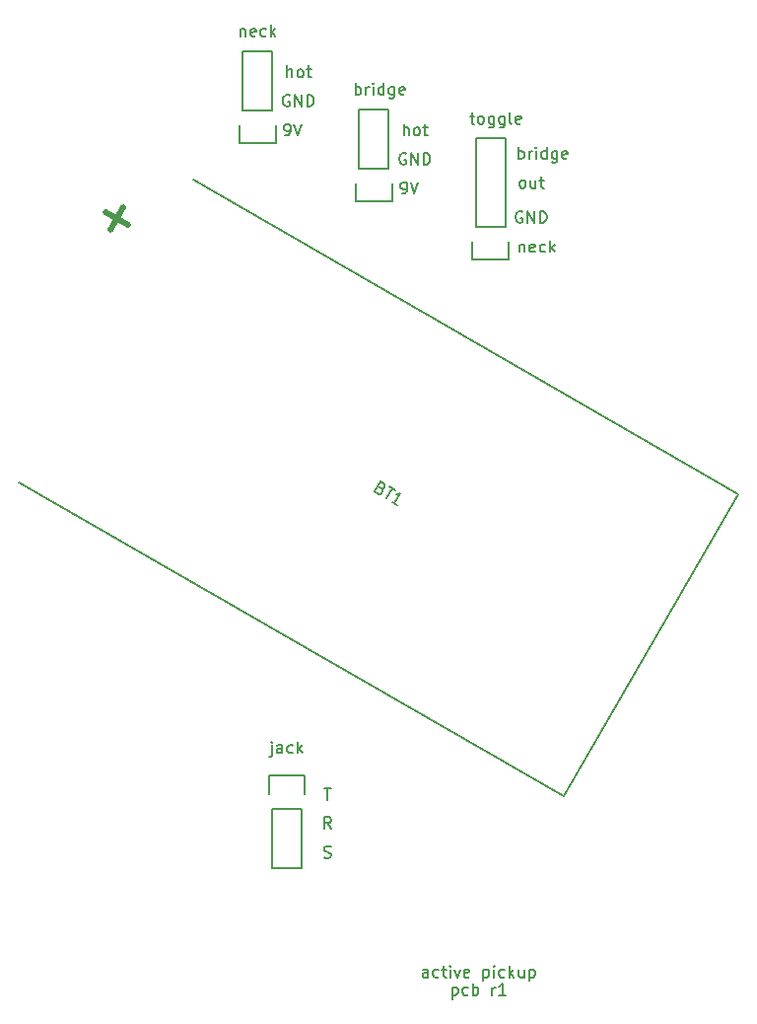
<source format=gto>
%TF.GenerationSoftware,KiCad,Pcbnew,(2015-12-01 BZR 82, Git 6f5a49b)-brewed_product*%
%TF.CreationDate,2015-12-17T03:34:39-07:00*%
%TF.ProjectId,EMG Humbuckers,454D472048756D6275636B6572732E6B,rev?*%
%TF.FileFunction,Legend,Top*%
%FSLAX46Y46*%
G04 Gerber Fmt 4.6, Leading zero omitted, Abs format (unit mm)*
G04 Created by KiCad (PCBNEW (2015-12-01 BZR 82, Git 6f5a49b)-brewed_product) date Thursday, 17 December 2015 'amt' 03:34:39*
%MOMM*%
G01*
G04 APERTURE LIST*
%ADD10C,0.127000*%
%ADD11C,0.150000*%
%ADD12C,0.500000*%
G04 APERTURE END LIST*
D10*
X117142857Y-138188881D02*
X117142857Y-137665071D01*
X117095238Y-137569833D01*
X117000000Y-137522214D01*
X116809523Y-137522214D01*
X116714285Y-137569833D01*
X117142857Y-138141262D02*
X117047619Y-138188881D01*
X116809523Y-138188881D01*
X116714285Y-138141262D01*
X116666666Y-138046024D01*
X116666666Y-137950786D01*
X116714285Y-137855548D01*
X116809523Y-137807929D01*
X117047619Y-137807929D01*
X117142857Y-137760310D01*
X118047619Y-138141262D02*
X117952381Y-138188881D01*
X117761904Y-138188881D01*
X117666666Y-138141262D01*
X117619047Y-138093643D01*
X117571428Y-137998405D01*
X117571428Y-137712690D01*
X117619047Y-137617452D01*
X117666666Y-137569833D01*
X117761904Y-137522214D01*
X117952381Y-137522214D01*
X118047619Y-137569833D01*
X118333333Y-137522214D02*
X118714285Y-137522214D01*
X118476190Y-137188881D02*
X118476190Y-138046024D01*
X118523809Y-138141262D01*
X118619047Y-138188881D01*
X118714285Y-138188881D01*
X119047619Y-138188881D02*
X119047619Y-137522214D01*
X119047619Y-137188881D02*
X119000000Y-137236500D01*
X119047619Y-137284119D01*
X119095238Y-137236500D01*
X119047619Y-137188881D01*
X119047619Y-137284119D01*
X119428571Y-137522214D02*
X119666666Y-138188881D01*
X119904762Y-137522214D01*
X120666667Y-138141262D02*
X120571429Y-138188881D01*
X120380952Y-138188881D01*
X120285714Y-138141262D01*
X120238095Y-138046024D01*
X120238095Y-137665071D01*
X120285714Y-137569833D01*
X120380952Y-137522214D01*
X120571429Y-137522214D01*
X120666667Y-137569833D01*
X120714286Y-137665071D01*
X120714286Y-137760310D01*
X120238095Y-137855548D01*
X121904762Y-137522214D02*
X121904762Y-138522214D01*
X121904762Y-137569833D02*
X122000000Y-137522214D01*
X122190477Y-137522214D01*
X122285715Y-137569833D01*
X122333334Y-137617452D01*
X122380953Y-137712690D01*
X122380953Y-137998405D01*
X122333334Y-138093643D01*
X122285715Y-138141262D01*
X122190477Y-138188881D01*
X122000000Y-138188881D01*
X121904762Y-138141262D01*
X122809524Y-138188881D02*
X122809524Y-137522214D01*
X122809524Y-137188881D02*
X122761905Y-137236500D01*
X122809524Y-137284119D01*
X122857143Y-137236500D01*
X122809524Y-137188881D01*
X122809524Y-137284119D01*
X123714286Y-138141262D02*
X123619048Y-138188881D01*
X123428571Y-138188881D01*
X123333333Y-138141262D01*
X123285714Y-138093643D01*
X123238095Y-137998405D01*
X123238095Y-137712690D01*
X123285714Y-137617452D01*
X123333333Y-137569833D01*
X123428571Y-137522214D01*
X123619048Y-137522214D01*
X123714286Y-137569833D01*
X124142857Y-138188881D02*
X124142857Y-137188881D01*
X124238095Y-137807929D02*
X124523810Y-138188881D01*
X124523810Y-137522214D02*
X124142857Y-137903167D01*
X125380953Y-137522214D02*
X125380953Y-138188881D01*
X124952381Y-137522214D02*
X124952381Y-138046024D01*
X125000000Y-138141262D01*
X125095238Y-138188881D01*
X125238096Y-138188881D01*
X125333334Y-138141262D01*
X125380953Y-138093643D01*
X125857143Y-137522214D02*
X125857143Y-138522214D01*
X125857143Y-137569833D02*
X125952381Y-137522214D01*
X126142858Y-137522214D01*
X126238096Y-137569833D01*
X126285715Y-137617452D01*
X126333334Y-137712690D01*
X126333334Y-137998405D01*
X126285715Y-138093643D01*
X126238096Y-138141262D01*
X126142858Y-138188881D01*
X125952381Y-138188881D01*
X125857143Y-138141262D01*
X119238095Y-139049214D02*
X119238095Y-140049214D01*
X119238095Y-139096833D02*
X119333333Y-139049214D01*
X119523810Y-139049214D01*
X119619048Y-139096833D01*
X119666667Y-139144452D01*
X119714286Y-139239690D01*
X119714286Y-139525405D01*
X119666667Y-139620643D01*
X119619048Y-139668262D01*
X119523810Y-139715881D01*
X119333333Y-139715881D01*
X119238095Y-139668262D01*
X120571429Y-139668262D02*
X120476191Y-139715881D01*
X120285714Y-139715881D01*
X120190476Y-139668262D01*
X120142857Y-139620643D01*
X120095238Y-139525405D01*
X120095238Y-139239690D01*
X120142857Y-139144452D01*
X120190476Y-139096833D01*
X120285714Y-139049214D01*
X120476191Y-139049214D01*
X120571429Y-139096833D01*
X121000000Y-139715881D02*
X121000000Y-138715881D01*
X121000000Y-139096833D02*
X121095238Y-139049214D01*
X121285715Y-139049214D01*
X121380953Y-139096833D01*
X121428572Y-139144452D01*
X121476191Y-139239690D01*
X121476191Y-139525405D01*
X121428572Y-139620643D01*
X121380953Y-139668262D01*
X121285715Y-139715881D01*
X121095238Y-139715881D01*
X121000000Y-139668262D01*
X122666667Y-139715881D02*
X122666667Y-139049214D01*
X122666667Y-139239690D02*
X122714286Y-139144452D01*
X122761905Y-139096833D01*
X122857143Y-139049214D01*
X122952382Y-139049214D01*
X123809525Y-139715881D02*
X123238096Y-139715881D01*
X123523810Y-139715881D02*
X123523810Y-138715881D01*
X123428572Y-138858738D01*
X123333334Y-138953976D01*
X123238096Y-139001595D01*
X108214286Y-127904762D02*
X108357143Y-127952381D01*
X108595239Y-127952381D01*
X108690477Y-127904762D01*
X108738096Y-127857143D01*
X108785715Y-127761905D01*
X108785715Y-127666667D01*
X108738096Y-127571429D01*
X108690477Y-127523810D01*
X108595239Y-127476190D01*
X108404762Y-127428571D01*
X108309524Y-127380952D01*
X108261905Y-127333333D01*
X108214286Y-127238095D01*
X108214286Y-127142857D01*
X108261905Y-127047619D01*
X108309524Y-127000000D01*
X108404762Y-126952381D01*
X108642858Y-126952381D01*
X108785715Y-127000000D01*
X108214286Y-121952381D02*
X108785715Y-121952381D01*
X108500000Y-122952381D02*
X108500000Y-121952381D01*
X108809524Y-125452381D02*
X108476190Y-124976190D01*
X108238095Y-125452381D02*
X108238095Y-124452381D01*
X108619048Y-124452381D01*
X108714286Y-124500000D01*
X108761905Y-124547619D01*
X108809524Y-124642857D01*
X108809524Y-124785714D01*
X108761905Y-124880952D01*
X108714286Y-124928571D01*
X108619048Y-124976190D01*
X108238095Y-124976190D01*
X103714286Y-118285714D02*
X103714286Y-119142857D01*
X103666667Y-119238095D01*
X103571429Y-119285714D01*
X103523810Y-119285714D01*
X103714286Y-117952381D02*
X103666667Y-118000000D01*
X103714286Y-118047619D01*
X103761905Y-118000000D01*
X103714286Y-117952381D01*
X103714286Y-118047619D01*
X104619048Y-118952381D02*
X104619048Y-118428571D01*
X104571429Y-118333333D01*
X104476191Y-118285714D01*
X104285714Y-118285714D01*
X104190476Y-118333333D01*
X104619048Y-118904762D02*
X104523810Y-118952381D01*
X104285714Y-118952381D01*
X104190476Y-118904762D01*
X104142857Y-118809524D01*
X104142857Y-118714286D01*
X104190476Y-118619048D01*
X104285714Y-118571429D01*
X104523810Y-118571429D01*
X104619048Y-118523810D01*
X105523810Y-118904762D02*
X105428572Y-118952381D01*
X105238095Y-118952381D01*
X105142857Y-118904762D01*
X105095238Y-118857143D01*
X105047619Y-118761905D01*
X105047619Y-118476190D01*
X105095238Y-118380952D01*
X105142857Y-118333333D01*
X105238095Y-118285714D01*
X105428572Y-118285714D01*
X105523810Y-118333333D01*
X105952381Y-118952381D02*
X105952381Y-117952381D01*
X106047619Y-118571429D02*
X106333334Y-118952381D01*
X106333334Y-118285714D02*
X105952381Y-118666667D01*
X124904762Y-67952381D02*
X124904762Y-66952381D01*
X124904762Y-67333333D02*
X125000000Y-67285714D01*
X125190477Y-67285714D01*
X125285715Y-67333333D01*
X125333334Y-67380952D01*
X125380953Y-67476190D01*
X125380953Y-67761905D01*
X125333334Y-67857143D01*
X125285715Y-67904762D01*
X125190477Y-67952381D01*
X125000000Y-67952381D01*
X124904762Y-67904762D01*
X125809524Y-67952381D02*
X125809524Y-67285714D01*
X125809524Y-67476190D02*
X125857143Y-67380952D01*
X125904762Y-67333333D01*
X126000000Y-67285714D01*
X126095239Y-67285714D01*
X126428572Y-67952381D02*
X126428572Y-67285714D01*
X126428572Y-66952381D02*
X126380953Y-67000000D01*
X126428572Y-67047619D01*
X126476191Y-67000000D01*
X126428572Y-66952381D01*
X126428572Y-67047619D01*
X127333334Y-67952381D02*
X127333334Y-66952381D01*
X127333334Y-67904762D02*
X127238096Y-67952381D01*
X127047619Y-67952381D01*
X126952381Y-67904762D01*
X126904762Y-67857143D01*
X126857143Y-67761905D01*
X126857143Y-67476190D01*
X126904762Y-67380952D01*
X126952381Y-67333333D01*
X127047619Y-67285714D01*
X127238096Y-67285714D01*
X127333334Y-67333333D01*
X128238096Y-67285714D02*
X128238096Y-68095238D01*
X128190477Y-68190476D01*
X128142858Y-68238095D01*
X128047619Y-68285714D01*
X127904762Y-68285714D01*
X127809524Y-68238095D01*
X128238096Y-67904762D02*
X128142858Y-67952381D01*
X127952381Y-67952381D01*
X127857143Y-67904762D01*
X127809524Y-67857143D01*
X127761905Y-67761905D01*
X127761905Y-67476190D01*
X127809524Y-67380952D01*
X127857143Y-67333333D01*
X127952381Y-67285714D01*
X128142858Y-67285714D01*
X128238096Y-67333333D01*
X129095239Y-67904762D02*
X129000001Y-67952381D01*
X128809524Y-67952381D01*
X128714286Y-67904762D01*
X128666667Y-67809524D01*
X128666667Y-67428571D01*
X128714286Y-67333333D01*
X128809524Y-67285714D01*
X129000001Y-67285714D01*
X129095239Y-67333333D01*
X129142858Y-67428571D01*
X129142858Y-67523810D01*
X128666667Y-67619048D01*
X125023809Y-75285714D02*
X125023809Y-75952381D01*
X125023809Y-75380952D02*
X125071428Y-75333333D01*
X125166666Y-75285714D01*
X125309524Y-75285714D01*
X125404762Y-75333333D01*
X125452381Y-75428571D01*
X125452381Y-75952381D01*
X126309524Y-75904762D02*
X126214286Y-75952381D01*
X126023809Y-75952381D01*
X125928571Y-75904762D01*
X125880952Y-75809524D01*
X125880952Y-75428571D01*
X125928571Y-75333333D01*
X126023809Y-75285714D01*
X126214286Y-75285714D01*
X126309524Y-75333333D01*
X126357143Y-75428571D01*
X126357143Y-75523810D01*
X125880952Y-75619048D01*
X127214286Y-75904762D02*
X127119048Y-75952381D01*
X126928571Y-75952381D01*
X126833333Y-75904762D01*
X126785714Y-75857143D01*
X126738095Y-75761905D01*
X126738095Y-75476190D01*
X126785714Y-75380952D01*
X126833333Y-75333333D01*
X126928571Y-75285714D01*
X127119048Y-75285714D01*
X127214286Y-75333333D01*
X127642857Y-75952381D02*
X127642857Y-74952381D01*
X127738095Y-75571429D02*
X128023810Y-75952381D01*
X128023810Y-75285714D02*
X127642857Y-75666667D01*
X125190476Y-70452381D02*
X125095238Y-70404762D01*
X125047619Y-70357143D01*
X125000000Y-70261905D01*
X125000000Y-69976190D01*
X125047619Y-69880952D01*
X125095238Y-69833333D01*
X125190476Y-69785714D01*
X125333334Y-69785714D01*
X125428572Y-69833333D01*
X125476191Y-69880952D01*
X125523810Y-69976190D01*
X125523810Y-70261905D01*
X125476191Y-70357143D01*
X125428572Y-70404762D01*
X125333334Y-70452381D01*
X125190476Y-70452381D01*
X126380953Y-69785714D02*
X126380953Y-70452381D01*
X125952381Y-69785714D02*
X125952381Y-70309524D01*
X126000000Y-70404762D01*
X126095238Y-70452381D01*
X126238096Y-70452381D01*
X126333334Y-70404762D01*
X126380953Y-70357143D01*
X126714286Y-69785714D02*
X127095238Y-69785714D01*
X126857143Y-69452381D02*
X126857143Y-70309524D01*
X126904762Y-70404762D01*
X127000000Y-70452381D01*
X127095238Y-70452381D01*
X125238096Y-72500000D02*
X125142858Y-72452381D01*
X125000001Y-72452381D01*
X124857143Y-72500000D01*
X124761905Y-72595238D01*
X124714286Y-72690476D01*
X124666667Y-72880952D01*
X124666667Y-73023810D01*
X124714286Y-73214286D01*
X124761905Y-73309524D01*
X124857143Y-73404762D01*
X125000001Y-73452381D01*
X125095239Y-73452381D01*
X125238096Y-73404762D01*
X125285715Y-73357143D01*
X125285715Y-73023810D01*
X125095239Y-73023810D01*
X125714286Y-73452381D02*
X125714286Y-72452381D01*
X126285715Y-73452381D01*
X126285715Y-72452381D01*
X126761905Y-73452381D02*
X126761905Y-72452381D01*
X127000000Y-72452381D01*
X127142858Y-72500000D01*
X127238096Y-72595238D01*
X127285715Y-72690476D01*
X127333334Y-72880952D01*
X127333334Y-73023810D01*
X127285715Y-73214286D01*
X127238096Y-73309524D01*
X127142858Y-73404762D01*
X127000000Y-73452381D01*
X126761905Y-73452381D01*
X120761904Y-64285714D02*
X121142856Y-64285714D01*
X120904761Y-63952381D02*
X120904761Y-64809524D01*
X120952380Y-64904762D01*
X121047618Y-64952381D01*
X121142856Y-64952381D01*
X121619047Y-64952381D02*
X121523809Y-64904762D01*
X121476190Y-64857143D01*
X121428571Y-64761905D01*
X121428571Y-64476190D01*
X121476190Y-64380952D01*
X121523809Y-64333333D01*
X121619047Y-64285714D01*
X121761905Y-64285714D01*
X121857143Y-64333333D01*
X121904762Y-64380952D01*
X121952381Y-64476190D01*
X121952381Y-64761905D01*
X121904762Y-64857143D01*
X121857143Y-64904762D01*
X121761905Y-64952381D01*
X121619047Y-64952381D01*
X122809524Y-64285714D02*
X122809524Y-65095238D01*
X122761905Y-65190476D01*
X122714286Y-65238095D01*
X122619047Y-65285714D01*
X122476190Y-65285714D01*
X122380952Y-65238095D01*
X122809524Y-64904762D02*
X122714286Y-64952381D01*
X122523809Y-64952381D01*
X122428571Y-64904762D01*
X122380952Y-64857143D01*
X122333333Y-64761905D01*
X122333333Y-64476190D01*
X122380952Y-64380952D01*
X122428571Y-64333333D01*
X122523809Y-64285714D01*
X122714286Y-64285714D01*
X122809524Y-64333333D01*
X123714286Y-64285714D02*
X123714286Y-65095238D01*
X123666667Y-65190476D01*
X123619048Y-65238095D01*
X123523809Y-65285714D01*
X123380952Y-65285714D01*
X123285714Y-65238095D01*
X123714286Y-64904762D02*
X123619048Y-64952381D01*
X123428571Y-64952381D01*
X123333333Y-64904762D01*
X123285714Y-64857143D01*
X123238095Y-64761905D01*
X123238095Y-64476190D01*
X123285714Y-64380952D01*
X123333333Y-64333333D01*
X123428571Y-64285714D01*
X123619048Y-64285714D01*
X123714286Y-64333333D01*
X124333333Y-64952381D02*
X124238095Y-64904762D01*
X124190476Y-64809524D01*
X124190476Y-63952381D01*
X125095239Y-64904762D02*
X125000001Y-64952381D01*
X124809524Y-64952381D01*
X124714286Y-64904762D01*
X124666667Y-64809524D01*
X124666667Y-64428571D01*
X124714286Y-64333333D01*
X124809524Y-64285714D01*
X125000001Y-64285714D01*
X125095239Y-64333333D01*
X125142858Y-64428571D01*
X125142858Y-64523810D01*
X124666667Y-64619048D01*
X110904762Y-62452381D02*
X110904762Y-61452381D01*
X110904762Y-61833333D02*
X111000000Y-61785714D01*
X111190477Y-61785714D01*
X111285715Y-61833333D01*
X111333334Y-61880952D01*
X111380953Y-61976190D01*
X111380953Y-62261905D01*
X111333334Y-62357143D01*
X111285715Y-62404762D01*
X111190477Y-62452381D01*
X111000000Y-62452381D01*
X110904762Y-62404762D01*
X111809524Y-62452381D02*
X111809524Y-61785714D01*
X111809524Y-61976190D02*
X111857143Y-61880952D01*
X111904762Y-61833333D01*
X112000000Y-61785714D01*
X112095239Y-61785714D01*
X112428572Y-62452381D02*
X112428572Y-61785714D01*
X112428572Y-61452381D02*
X112380953Y-61500000D01*
X112428572Y-61547619D01*
X112476191Y-61500000D01*
X112428572Y-61452381D01*
X112428572Y-61547619D01*
X113333334Y-62452381D02*
X113333334Y-61452381D01*
X113333334Y-62404762D02*
X113238096Y-62452381D01*
X113047619Y-62452381D01*
X112952381Y-62404762D01*
X112904762Y-62357143D01*
X112857143Y-62261905D01*
X112857143Y-61976190D01*
X112904762Y-61880952D01*
X112952381Y-61833333D01*
X113047619Y-61785714D01*
X113238096Y-61785714D01*
X113333334Y-61833333D01*
X114238096Y-61785714D02*
X114238096Y-62595238D01*
X114190477Y-62690476D01*
X114142858Y-62738095D01*
X114047619Y-62785714D01*
X113904762Y-62785714D01*
X113809524Y-62738095D01*
X114238096Y-62404762D02*
X114142858Y-62452381D01*
X113952381Y-62452381D01*
X113857143Y-62404762D01*
X113809524Y-62357143D01*
X113761905Y-62261905D01*
X113761905Y-61976190D01*
X113809524Y-61880952D01*
X113857143Y-61833333D01*
X113952381Y-61785714D01*
X114142858Y-61785714D01*
X114238096Y-61833333D01*
X115095239Y-62404762D02*
X115000001Y-62452381D01*
X114809524Y-62452381D01*
X114714286Y-62404762D01*
X114666667Y-62309524D01*
X114666667Y-61928571D01*
X114714286Y-61833333D01*
X114809524Y-61785714D01*
X115000001Y-61785714D01*
X115095239Y-61833333D01*
X115142858Y-61928571D01*
X115142858Y-62023810D01*
X114666667Y-62119048D01*
X115047619Y-65952381D02*
X115047619Y-64952381D01*
X115476191Y-65952381D02*
X115476191Y-65428571D01*
X115428572Y-65333333D01*
X115333334Y-65285714D01*
X115190476Y-65285714D01*
X115095238Y-65333333D01*
X115047619Y-65380952D01*
X116095238Y-65952381D02*
X116000000Y-65904762D01*
X115952381Y-65857143D01*
X115904762Y-65761905D01*
X115904762Y-65476190D01*
X115952381Y-65380952D01*
X116000000Y-65333333D01*
X116095238Y-65285714D01*
X116238096Y-65285714D01*
X116333334Y-65333333D01*
X116380953Y-65380952D01*
X116428572Y-65476190D01*
X116428572Y-65761905D01*
X116380953Y-65857143D01*
X116333334Y-65904762D01*
X116238096Y-65952381D01*
X116095238Y-65952381D01*
X116714286Y-65285714D02*
X117095238Y-65285714D01*
X116857143Y-64952381D02*
X116857143Y-65809524D01*
X116904762Y-65904762D01*
X117000000Y-65952381D01*
X117095238Y-65952381D01*
X115238096Y-67500000D02*
X115142858Y-67452381D01*
X115000001Y-67452381D01*
X114857143Y-67500000D01*
X114761905Y-67595238D01*
X114714286Y-67690476D01*
X114666667Y-67880952D01*
X114666667Y-68023810D01*
X114714286Y-68214286D01*
X114761905Y-68309524D01*
X114857143Y-68404762D01*
X115000001Y-68452381D01*
X115095239Y-68452381D01*
X115238096Y-68404762D01*
X115285715Y-68357143D01*
X115285715Y-68023810D01*
X115095239Y-68023810D01*
X115714286Y-68452381D02*
X115714286Y-67452381D01*
X116285715Y-68452381D01*
X116285715Y-67452381D01*
X116761905Y-68452381D02*
X116761905Y-67452381D01*
X117000000Y-67452381D01*
X117142858Y-67500000D01*
X117238096Y-67595238D01*
X117285715Y-67690476D01*
X117333334Y-67880952D01*
X117333334Y-68023810D01*
X117285715Y-68214286D01*
X117238096Y-68309524D01*
X117142858Y-68404762D01*
X117000000Y-68452381D01*
X116761905Y-68452381D01*
X114880952Y-70952381D02*
X115071428Y-70952381D01*
X115166667Y-70904762D01*
X115214286Y-70857143D01*
X115309524Y-70714286D01*
X115357143Y-70523810D01*
X115357143Y-70142857D01*
X115309524Y-70047619D01*
X115261905Y-70000000D01*
X115166667Y-69952381D01*
X114976190Y-69952381D01*
X114880952Y-70000000D01*
X114833333Y-70047619D01*
X114785714Y-70142857D01*
X114785714Y-70380952D01*
X114833333Y-70476190D01*
X114880952Y-70523810D01*
X114976190Y-70571429D01*
X115166667Y-70571429D01*
X115261905Y-70523810D01*
X115309524Y-70476190D01*
X115357143Y-70380952D01*
X115642857Y-69952381D02*
X115976190Y-70952381D01*
X116309524Y-69952381D01*
X101023809Y-56785714D02*
X101023809Y-57452381D01*
X101023809Y-56880952D02*
X101071428Y-56833333D01*
X101166666Y-56785714D01*
X101309524Y-56785714D01*
X101404762Y-56833333D01*
X101452381Y-56928571D01*
X101452381Y-57452381D01*
X102309524Y-57404762D02*
X102214286Y-57452381D01*
X102023809Y-57452381D01*
X101928571Y-57404762D01*
X101880952Y-57309524D01*
X101880952Y-56928571D01*
X101928571Y-56833333D01*
X102023809Y-56785714D01*
X102214286Y-56785714D01*
X102309524Y-56833333D01*
X102357143Y-56928571D01*
X102357143Y-57023810D01*
X101880952Y-57119048D01*
X103214286Y-57404762D02*
X103119048Y-57452381D01*
X102928571Y-57452381D01*
X102833333Y-57404762D01*
X102785714Y-57357143D01*
X102738095Y-57261905D01*
X102738095Y-56976190D01*
X102785714Y-56880952D01*
X102833333Y-56833333D01*
X102928571Y-56785714D01*
X103119048Y-56785714D01*
X103214286Y-56833333D01*
X103642857Y-57452381D02*
X103642857Y-56452381D01*
X103738095Y-57071429D02*
X104023810Y-57452381D01*
X104023810Y-56785714D02*
X103642857Y-57166667D01*
X105047619Y-60952381D02*
X105047619Y-59952381D01*
X105476191Y-60952381D02*
X105476191Y-60428571D01*
X105428572Y-60333333D01*
X105333334Y-60285714D01*
X105190476Y-60285714D01*
X105095238Y-60333333D01*
X105047619Y-60380952D01*
X106095238Y-60952381D02*
X106000000Y-60904762D01*
X105952381Y-60857143D01*
X105904762Y-60761905D01*
X105904762Y-60476190D01*
X105952381Y-60380952D01*
X106000000Y-60333333D01*
X106095238Y-60285714D01*
X106238096Y-60285714D01*
X106333334Y-60333333D01*
X106380953Y-60380952D01*
X106428572Y-60476190D01*
X106428572Y-60761905D01*
X106380953Y-60857143D01*
X106333334Y-60904762D01*
X106238096Y-60952381D01*
X106095238Y-60952381D01*
X106714286Y-60285714D02*
X107095238Y-60285714D01*
X106857143Y-59952381D02*
X106857143Y-60809524D01*
X106904762Y-60904762D01*
X107000000Y-60952381D01*
X107095238Y-60952381D01*
X105238096Y-62500000D02*
X105142858Y-62452381D01*
X105000001Y-62452381D01*
X104857143Y-62500000D01*
X104761905Y-62595238D01*
X104714286Y-62690476D01*
X104666667Y-62880952D01*
X104666667Y-63023810D01*
X104714286Y-63214286D01*
X104761905Y-63309524D01*
X104857143Y-63404762D01*
X105000001Y-63452381D01*
X105095239Y-63452381D01*
X105238096Y-63404762D01*
X105285715Y-63357143D01*
X105285715Y-63023810D01*
X105095239Y-63023810D01*
X105714286Y-63452381D02*
X105714286Y-62452381D01*
X106285715Y-63452381D01*
X106285715Y-62452381D01*
X106761905Y-63452381D02*
X106761905Y-62452381D01*
X107000000Y-62452381D01*
X107142858Y-62500000D01*
X107238096Y-62595238D01*
X107285715Y-62690476D01*
X107333334Y-62880952D01*
X107333334Y-63023810D01*
X107285715Y-63214286D01*
X107238096Y-63309524D01*
X107142858Y-63404762D01*
X107000000Y-63452381D01*
X106761905Y-63452381D01*
X104880952Y-65952381D02*
X105071428Y-65952381D01*
X105166667Y-65904762D01*
X105214286Y-65857143D01*
X105309524Y-65714286D01*
X105357143Y-65523810D01*
X105357143Y-65142857D01*
X105309524Y-65047619D01*
X105261905Y-65000000D01*
X105166667Y-64952381D01*
X104976190Y-64952381D01*
X104880952Y-65000000D01*
X104833333Y-65047619D01*
X104785714Y-65142857D01*
X104785714Y-65380952D01*
X104833333Y-65476190D01*
X104880952Y-65523810D01*
X104976190Y-65571429D01*
X105166667Y-65571429D01*
X105261905Y-65523810D01*
X105309524Y-65476190D01*
X105357143Y-65380952D01*
X105642857Y-64952381D02*
X105976190Y-65952381D01*
X106309524Y-64952381D01*
D11*
X97000000Y-69705771D02*
X143765372Y-96705771D01*
X143765372Y-96705771D02*
X128765372Y-122686533D01*
X82000000Y-95686533D02*
X128765372Y-122686533D01*
X103770000Y-63770000D02*
X103770000Y-58690000D01*
X103770000Y-58690000D02*
X101230000Y-58690000D01*
X101230000Y-58690000D02*
X101230000Y-63770000D01*
X100950000Y-66590000D02*
X100950000Y-65040000D01*
X101230000Y-63770000D02*
X103770000Y-63770000D01*
X104050000Y-65040000D02*
X104050000Y-66590000D01*
X104050000Y-66590000D02*
X100950000Y-66590000D01*
X113770000Y-68770000D02*
X113770000Y-63690000D01*
X113770000Y-63690000D02*
X111230000Y-63690000D01*
X111230000Y-63690000D02*
X111230000Y-68770000D01*
X110950000Y-71590000D02*
X110950000Y-70040000D01*
X111230000Y-68770000D02*
X113770000Y-68770000D01*
X114050000Y-70040000D02*
X114050000Y-71590000D01*
X114050000Y-71590000D02*
X110950000Y-71590000D01*
X103730000Y-123730000D02*
X103730000Y-128810000D01*
X103730000Y-128810000D02*
X106270000Y-128810000D01*
X106270000Y-128810000D02*
X106270000Y-123730000D01*
X106550000Y-120910000D02*
X106550000Y-122460000D01*
X106270000Y-123730000D02*
X103730000Y-123730000D01*
X103450000Y-122460000D02*
X103450000Y-120910000D01*
X103450000Y-120910000D02*
X106550000Y-120910000D01*
X123770000Y-73770000D02*
X123770000Y-66150000D01*
X121230000Y-73770000D02*
X121230000Y-66150000D01*
X120950000Y-76590000D02*
X120950000Y-75040000D01*
X123770000Y-66150000D02*
X121230000Y-66150000D01*
X121230000Y-73770000D02*
X123770000Y-73770000D01*
X124050000Y-75040000D02*
X124050000Y-76590000D01*
X124050000Y-76590000D02*
X120950000Y-76590000D01*
X113103977Y-96241436D02*
X113203886Y-96354103D01*
X113221315Y-96419153D01*
X113214935Y-96525441D01*
X113143507Y-96649159D01*
X113054648Y-96707828D01*
X112989600Y-96725258D01*
X112883311Y-96718878D01*
X112553397Y-96528401D01*
X113053397Y-95662376D01*
X113342072Y-95829043D01*
X113400741Y-95917901D01*
X113418171Y-95982950D01*
X113411791Y-96089238D01*
X113364172Y-96171717D01*
X113275314Y-96230386D01*
X113210265Y-96247815D01*
X113103977Y-96241436D01*
X112815302Y-96074769D01*
X113795704Y-96090948D02*
X114290576Y-96376662D01*
X113543140Y-97099830D02*
X114043140Y-96233805D01*
X114532884Y-97671259D02*
X114038012Y-97385544D01*
X114285447Y-97528401D02*
X114785447Y-96662376D01*
X114631540Y-96738475D01*
X114501443Y-96773334D01*
X114395155Y-96766955D01*
D12*
X89439012Y-72516073D02*
X91418498Y-73658930D01*
X89857327Y-74077244D02*
X91000183Y-72097758D01*
M02*

</source>
